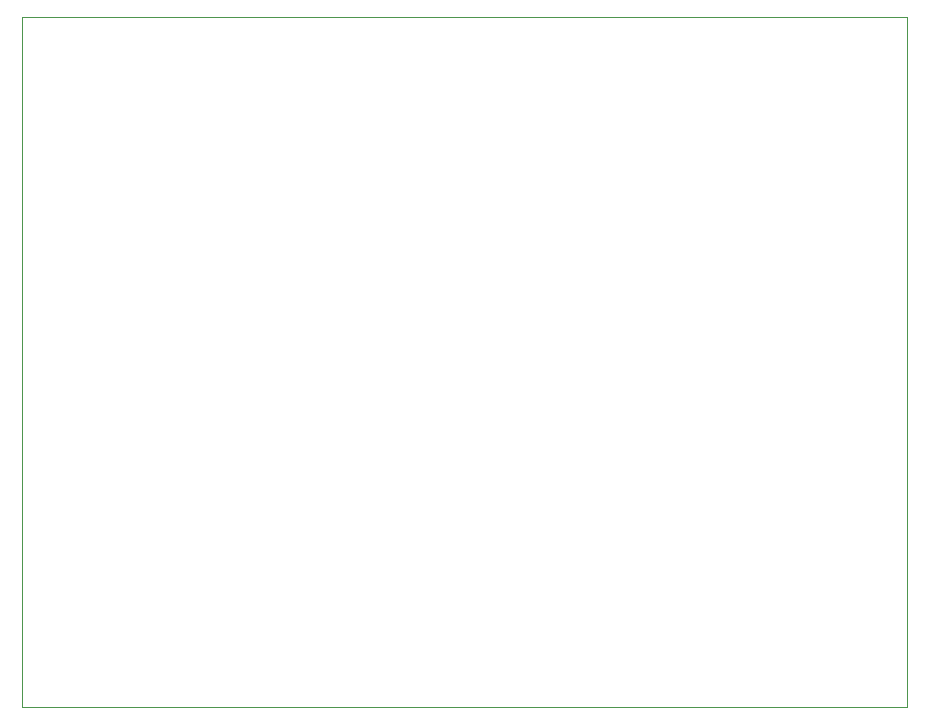
<source format=gm1>
G04 #@! TF.GenerationSoftware,KiCad,Pcbnew,(5.1.12)-1*
G04 #@! TF.CreationDate,2022-10-05T17:57:38-05:00*
G04 #@! TF.ProjectId,memory,6d656d6f-7279-42e6-9b69-6361645f7063,rev?*
G04 #@! TF.SameCoordinates,Original*
G04 #@! TF.FileFunction,Profile,NP*
%FSLAX46Y46*%
G04 Gerber Fmt 4.6, Leading zero omitted, Abs format (unit mm)*
G04 Created by KiCad (PCBNEW (5.1.12)-1) date 2022-10-05 17:57:38*
%MOMM*%
%LPD*%
G01*
G04 APERTURE LIST*
G04 #@! TA.AperFunction,Profile*
%ADD10C,0.050000*%
G04 #@! TD*
G04 APERTURE END LIST*
D10*
X105410000Y-41910000D02*
X180340000Y-41910000D01*
X105410000Y-100330000D02*
X105410000Y-41910000D01*
X180340000Y-100330000D02*
X105410000Y-100330000D01*
X180340000Y-41910000D02*
X180340000Y-100330000D01*
M02*

</source>
